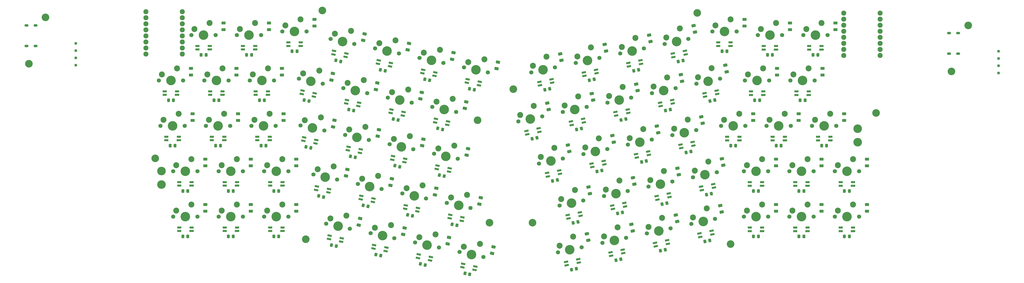
<source format=gbr>
%TF.GenerationSoftware,KiCad,Pcbnew,9.0.3*%
%TF.CreationDate,2025-11-23T22:31:57-05:00*%
%TF.ProjectId,Wren,5772656e-2e6b-4696-9361-645f70636258,rev?*%
%TF.SameCoordinates,Original*%
%TF.FileFunction,Soldermask,Bot*%
%TF.FilePolarity,Negative*%
%FSLAX46Y46*%
G04 Gerber Fmt 4.6, Leading zero omitted, Abs format (unit mm)*
G04 Created by KiCad (PCBNEW 9.0.3) date 2025-11-23 22:31:57*
%MOMM*%
%LPD*%
G01*
G04 APERTURE LIST*
G04 Aperture macros list*
%AMRoundRect*
0 Rectangle with rounded corners*
0 $1 Rounding radius*
0 $2 $3 $4 $5 $6 $7 $8 $9 X,Y pos of 4 corners*
0 Add a 4 corners polygon primitive as box body*
4,1,4,$2,$3,$4,$5,$6,$7,$8,$9,$2,$3,0*
0 Add four circle primitives for the rounded corners*
1,1,$1+$1,$2,$3*
1,1,$1+$1,$4,$5*
1,1,$1+$1,$6,$7*
1,1,$1+$1,$8,$9*
0 Add four rect primitives between the rounded corners*
20,1,$1+$1,$2,$3,$4,$5,0*
20,1,$1+$1,$4,$5,$6,$7,0*
20,1,$1+$1,$6,$7,$8,$9,0*
20,1,$1+$1,$8,$9,$2,$3,0*%
%AMRotRect*
0 Rectangle, with rotation*
0 The origin of the aperture is its center*
0 $1 length*
0 $2 width*
0 $3 Rotation angle, in degrees counterclockwise*
0 Add horizontal line*
21,1,$1,$2,0,0,$3*%
%AMOutline5P*
0 Free polygon, 5 corners , with rotation*
0 The origin of the aperture is its center*
0 number of corners: always 5*
0 $1 to $10 corner X, Y*
0 $11 Rotation angle, in degrees counterclockwise*
0 create outline with 5 corners*
4,1,5,$1,$2,$3,$4,$5,$6,$7,$8,$9,$10,$1,$2,$11*%
%AMOutline6P*
0 Free polygon, 6 corners , with rotation*
0 The origin of the aperture is its center*
0 number of corners: always 6*
0 $1 to $12 corner X, Y*
0 $13 Rotation angle, in degrees counterclockwise*
0 create outline with 6 corners*
4,1,6,$1,$2,$3,$4,$5,$6,$7,$8,$9,$10,$11,$12,$1,$2,$13*%
%AMOutline7P*
0 Free polygon, 7 corners , with rotation*
0 The origin of the aperture is its center*
0 number of corners: always 7*
0 $1 to $14 corner X, Y*
0 $15 Rotation angle, in degrees counterclockwise*
0 create outline with 7 corners*
4,1,7,$1,$2,$3,$4,$5,$6,$7,$8,$9,$10,$11,$12,$13,$14,$1,$2,$15*%
%AMOutline8P*
0 Free polygon, 8 corners , with rotation*
0 The origin of the aperture is its center*
0 number of corners: always 8*
0 $1 to $16 corner X, Y*
0 $17 Rotation angle, in degrees counterclockwise*
0 create outline with 8 corners*
4,1,8,$1,$2,$3,$4,$5,$6,$7,$8,$9,$10,$11,$12,$13,$14,$15,$16,$1,$2,$17*%
G04 Aperture macros list end*
%ADD10C,1.750000*%
%ADD11C,4.000000*%
%ADD12C,2.500000*%
%ADD13R,1.000000X1.000000*%
%ADD14C,3.200000*%
%ADD15O,1.700000X1.100000*%
%ADD16C,3.600000*%
%ADD17RoundRect,0.250000X0.231367X0.534790X-0.428883X0.394450X-0.231367X-0.534790X0.428883X-0.394450X0*%
%ADD18RoundRect,0.250000X0.428883X0.394450X-0.231367X0.534790X-0.428883X-0.394450X0.231367X-0.534790X0*%
%ADD19RoundRect,0.250000X0.625000X-0.375000X0.625000X0.375000X-0.625000X0.375000X-0.625000X-0.375000X0*%
%ADD20RoundRect,0.250000X0.533375X-0.496750X0.689309X0.236861X-0.533375X0.496750X-0.689309X-0.236861X0*%
%ADD21R,1.800000X0.820000*%
%ADD22Outline5P,-0.900000X0.410000X0.900000X0.410000X0.900000X-0.246000X0.736000X-0.410000X-0.900000X-0.410000X0.000000*%
%ADD23RoundRect,0.250000X0.337500X0.475000X-0.337500X0.475000X-0.337500X-0.475000X0.337500X-0.475000X0*%
%ADD24RotRect,1.800000X0.820000X348.000000*%
%ADD25Outline5P,-0.900000X0.410000X0.900000X0.410000X0.900000X-0.246000X0.736000X-0.410000X-0.900000X-0.410000X348.000000*%
%ADD26RotRect,1.800000X0.820000X12.000000*%
%ADD27Outline5P,-0.900000X0.410000X0.900000X0.410000X0.900000X-0.246000X0.736000X-0.410000X-0.900000X-0.410000X12.000000*%
%ADD28RoundRect,0.250000X0.689309X-0.236861X0.533375X0.496750X-0.689309X0.236861X-0.533375X-0.496750X0*%
%ADD29C,2.109000*%
G04 APERTURE END LIST*
D10*
%TO.C,SW7*%
X252354143Y-152823976D03*
D11*
X257323133Y-153880168D03*
D10*
X262292123Y-154936359D03*
D12*
X254124486Y-150603529D03*
X260863819Y-149439274D03*
%TD*%
D10*
%TO.C,SW17*%
X163262000Y-177377500D03*
D11*
X168342000Y-177377500D03*
D10*
X173422000Y-177377500D03*
D12*
X164532000Y-174837500D03*
X170882000Y-172297500D03*
%TD*%
D10*
%TO.C,SW54*%
X360044929Y-177384623D03*
D11*
X365124929Y-177384623D03*
D10*
X370204929Y-177384623D03*
D12*
X361314929Y-174844623D03*
X367664929Y-172304623D03*
%TD*%
D10*
%TO.C,SW55*%
X379094929Y-177384623D03*
D11*
X384174929Y-177384623D03*
D10*
X389254929Y-177384623D03*
D12*
X380364929Y-174844623D03*
X386714929Y-172304623D03*
%TD*%
D13*
%TO.C,J5*%
X476250000Y-146050000D03*
%TD*%
D14*
%TO.C,H1*%
X258000000Y-175000000D03*
%TD*%
D10*
%TO.C,SW50*%
X283757761Y-193200312D03*
D11*
X288726751Y-192144121D03*
D10*
X293695741Y-191087930D03*
D12*
X284471913Y-190451770D03*
X290155054Y-186647036D03*
%TD*%
D10*
%TO.C,SW14*%
X239076524Y-169477288D03*
D11*
X244045514Y-170533480D03*
D10*
X249014504Y-171589671D03*
D12*
X240846867Y-167256841D03*
X247586200Y-166092586D03*
%TD*%
D10*
%TO.C,SW12*%
X201809101Y-161555853D03*
D11*
X206778091Y-162612045D03*
D10*
X211747081Y-163668236D03*
D12*
X203579444Y-159335406D03*
X210318777Y-158171151D03*
%TD*%
D10*
%TO.C,SW67*%
X347580333Y-218585583D03*
D11*
X352549323Y-217529392D03*
D10*
X357518313Y-216473201D03*
D12*
X348294485Y-215837041D03*
X353977626Y-212032307D03*
%TD*%
D10*
%TO.C,SW58*%
X311010591Y-206883106D03*
D11*
X315979581Y-205826915D03*
D10*
X320948571Y-204770724D03*
D12*
X311724743Y-204134564D03*
X317407884Y-200329830D03*
%TD*%
D13*
%TO.C,J6*%
X476250000Y-149100000D03*
%TD*%
D14*
%TO.C,H12*%
X70000000Y-151325000D03*
%TD*%
D10*
%TO.C,SW51*%
X302391473Y-189239594D03*
D11*
X307360463Y-188183403D03*
D10*
X312329453Y-187127212D03*
D12*
X303105625Y-186491052D03*
X308788766Y-182686318D03*
%TD*%
D10*
%TO.C,SW16*%
X144212000Y-177377500D03*
D11*
X149292000Y-177377500D03*
D10*
X154372000Y-177377500D03*
D12*
X145482000Y-174837500D03*
X151832000Y-172297500D03*
%TD*%
D10*
%TO.C,SW37*%
X299128637Y-150981971D03*
D11*
X304097627Y-149925780D03*
D10*
X309066617Y-148869589D03*
D12*
X299842789Y-148233429D03*
X305525930Y-144428695D03*
%TD*%
D14*
%TO.C,H10*%
X425000000Y-172000000D03*
%TD*%
%TO.C,H9*%
X350000000Y-130000000D03*
%TD*%
D10*
%TO.C,SW62*%
X388619929Y-196434623D03*
D11*
X393699929Y-196434623D03*
D10*
X398779929Y-196434623D03*
D12*
X389889929Y-193894623D03*
X396239929Y-191354623D03*
%TD*%
D10*
%TO.C,SW53*%
X339658897Y-181318159D03*
D11*
X344627887Y-180261968D03*
D10*
X349596877Y-179205777D03*
D12*
X340373049Y-178569617D03*
X346056190Y-174764883D03*
%TD*%
D15*
%TO.C,J13*%
X72800000Y-135210000D03*
X69000000Y-135210000D03*
X72800000Y-143850000D03*
X69000000Y-143850000D03*
%TD*%
D10*
%TO.C,SW20*%
X221140495Y-185140482D03*
D11*
X226109485Y-186196674D03*
D10*
X231078475Y-187252865D03*
D12*
X222910838Y-182920035D03*
X229650171Y-181755780D03*
%TD*%
D10*
%TO.C,SW70*%
X407669929Y-215484623D03*
D11*
X412749929Y-215484623D03*
D10*
X417829929Y-215484623D03*
D12*
X408939929Y-212944623D03*
X415289929Y-210404623D03*
%TD*%
D14*
%TO.C,H8*%
X364000000Y-227000000D03*
%TD*%
%TO.C,H11*%
X77000000Y-131825000D03*
%TD*%
D10*
%TO.C,SW45*%
X312406067Y-167635365D03*
D11*
X317375057Y-166579174D03*
D10*
X322344047Y-165522983D03*
D12*
X313120219Y-164886823D03*
X318803360Y-161082089D03*
%TD*%
D10*
%TO.C,SW59*%
X329644303Y-202922388D03*
D11*
X334613293Y-201866197D03*
D10*
X339582283Y-200810006D03*
D12*
X330358455Y-200173846D03*
X336041596Y-196369112D03*
%TD*%
D14*
%TO.C,H6*%
X273000000Y-162000000D03*
%TD*%
D10*
%TO.C,SW64*%
X291679197Y-230467736D03*
D11*
X296648187Y-229411545D03*
D10*
X301617177Y-228355354D03*
D12*
X292393349Y-227719194D03*
X298076490Y-223914460D03*
%TD*%
D10*
%TO.C,SW36*%
X280494925Y-154942688D03*
D11*
X285463915Y-153886497D03*
D10*
X290432905Y-152830306D03*
D12*
X281209077Y-152194146D03*
X286892218Y-148389412D03*
%TD*%
D10*
%TO.C,SW13*%
X220442812Y-165516570D03*
D11*
X225411802Y-166572762D03*
D10*
X230380792Y-167628953D03*
D12*
X222213155Y-163296123D03*
X228952488Y-162131868D03*
%TD*%
D14*
%TO.C,H5*%
X193000000Y-129000000D03*
%TD*%
D10*
%TO.C,SW63*%
X407669929Y-196434623D03*
D11*
X412749929Y-196434623D03*
D10*
X417829929Y-196434623D03*
D12*
X408939929Y-193894623D03*
X415289929Y-191354623D03*
%TD*%
D10*
%TO.C,SW11*%
X183175389Y-157595135D03*
D11*
X188144379Y-158651327D03*
D10*
X193113369Y-159707518D03*
D12*
X184945732Y-155374688D03*
X191685065Y-154210433D03*
%TD*%
D10*
%TO.C,SW19*%
X202506783Y-181179764D03*
D11*
X207475773Y-182235956D03*
D10*
X212444763Y-183292147D03*
D12*
X204277126Y-178959317D03*
X211016459Y-177795062D03*
%TD*%
D10*
%TO.C,SW41*%
X375415048Y-139284629D03*
D11*
X380495048Y-139284629D03*
D10*
X385575048Y-139284629D03*
D12*
X376685048Y-136744629D03*
X383035048Y-134204629D03*
%TD*%
D13*
%TO.C,J9*%
X476250000Y-152150000D03*
%TD*%
D10*
%TO.C,SW43*%
X275138643Y-175556800D03*
D11*
X280107633Y-174500609D03*
D10*
X285076623Y-173444418D03*
D12*
X275852795Y-172808258D03*
X281535936Y-169003524D03*
%TD*%
D10*
%TO.C,SW9*%
X143512000Y-158327500D03*
D11*
X148592000Y-158327500D03*
D10*
X153672000Y-158327500D03*
D12*
X144782000Y-155787500D03*
X151132000Y-153247500D03*
%TD*%
D10*
%TO.C,SW6*%
X233720431Y-148863258D03*
D11*
X238689421Y-149919450D03*
D10*
X243658411Y-150975641D03*
D12*
X235490774Y-146642811D03*
X242230107Y-145478556D03*
%TD*%
D10*
%TO.C,SW40*%
X356365048Y-137784229D03*
D11*
X361445048Y-137784229D03*
D10*
X366525048Y-137784229D03*
D12*
X357635048Y-135244229D03*
X363985048Y-132704229D03*
%TD*%
D16*
%TO.C,J1*%
X417250000Y-178600000D03*
%TD*%
D10*
%TO.C,SW15*%
X125162000Y-177377500D03*
D11*
X130242000Y-177377500D03*
D10*
X135322000Y-177377500D03*
D12*
X126432000Y-174837500D03*
X132782000Y-172297500D03*
%TD*%
D10*
%TO.C,SW56*%
X398144929Y-177384623D03*
D11*
X403224929Y-177384623D03*
D10*
X408304929Y-177384623D03*
D12*
X399414929Y-174844623D03*
X405764929Y-172304623D03*
%TD*%
D10*
%TO.C,SW52*%
X321025185Y-185278876D03*
D11*
X325994175Y-184222685D03*
D10*
X330963165Y-183166494D03*
D12*
X321739337Y-182530334D03*
X327422478Y-178725600D03*
%TD*%
D14*
%TO.C,H14*%
X456550000Y-154500000D03*
%TD*%
D10*
%TO.C,SW26*%
X207862965Y-201793877D03*
D11*
X212831955Y-202850069D03*
D10*
X217800945Y-203906260D03*
D12*
X209633308Y-199573430D03*
X216372641Y-198409175D03*
%TD*%
D10*
%TO.C,SW46*%
X331039779Y-163674647D03*
D11*
X336008769Y-162618456D03*
D10*
X340977759Y-161562265D03*
D12*
X331753931Y-160926105D03*
X337437072Y-157121371D03*
%TD*%
D10*
%TO.C,SW44*%
X293772355Y-171596082D03*
D11*
X298741345Y-170539891D03*
D10*
X303710335Y-169483700D03*
D12*
X294486507Y-168847540D03*
X300169648Y-165042806D03*
%TD*%
D10*
%TO.C,SW29*%
X130512000Y-215477500D03*
D11*
X135592000Y-215477500D03*
D10*
X140672000Y-215477500D03*
D12*
X131782000Y-212937500D03*
X138132000Y-210397500D03*
%TD*%
D16*
%TO.C,J4*%
X125550000Y-202000000D03*
%TD*%
D10*
%TO.C,SW31*%
X168612000Y-215477500D03*
D11*
X173692000Y-215477500D03*
D10*
X178772000Y-215477500D03*
D12*
X169882000Y-212937500D03*
X176232000Y-210397500D03*
%TD*%
D14*
%TO.C,H3*%
X186000000Y-225000000D03*
%TD*%
%TO.C,H7*%
X281000000Y-218000000D03*
%TD*%
D10*
%TO.C,SW27*%
X226496677Y-205754595D03*
D11*
X231465667Y-206810787D03*
D10*
X236434657Y-207866978D03*
D12*
X228267020Y-203534148D03*
X235006353Y-202369893D03*
%TD*%
D10*
%TO.C,SW24*%
X168612000Y-196427500D03*
D11*
X173692000Y-196427500D03*
D10*
X178772000Y-196427500D03*
D12*
X169882000Y-193887500D03*
X176232000Y-191347500D03*
%TD*%
D10*
%TO.C,SW61*%
X369569929Y-196434623D03*
D11*
X374649929Y-196434623D03*
D10*
X379729929Y-196434623D03*
D12*
X370839929Y-193894623D03*
X377189929Y-191354623D03*
%TD*%
D10*
%TO.C,SW1*%
X138152000Y-139277500D03*
D11*
X143232000Y-139277500D03*
D10*
X148312000Y-139277500D03*
D12*
X139422000Y-136737500D03*
X145772000Y-134197500D03*
%TD*%
D10*
%TO.C,SW38*%
X317762349Y-147021253D03*
D11*
X322731339Y-145965062D03*
D10*
X327700329Y-144908871D03*
D12*
X318476501Y-144272711D03*
X324159642Y-140467977D03*
%TD*%
D10*
%TO.C,SW49*%
X389104929Y-158334623D03*
D11*
X394184929Y-158334623D03*
D10*
X399264929Y-158334623D03*
D12*
X390374929Y-155794623D03*
X396724929Y-153254623D03*
%TD*%
D10*
%TO.C,SW25*%
X189229253Y-197833159D03*
D11*
X194198243Y-198889351D03*
D10*
X199167233Y-199945542D03*
D12*
X190999596Y-195612712D03*
X197738929Y-194448457D03*
%TD*%
D10*
%TO.C,SW10*%
X162562000Y-158327500D03*
D11*
X167642000Y-158327500D03*
D10*
X172722000Y-158327500D03*
D12*
X163832000Y-155787500D03*
X170182000Y-153247500D03*
%TD*%
D13*
%TO.C,J14*%
X89700000Y-148900000D03*
%TD*%
D10*
%TO.C,SW5*%
X215086719Y-144902540D03*
D11*
X220055709Y-145958732D03*
D10*
X225024699Y-147014923D03*
D12*
X216857062Y-142682093D03*
X223596395Y-141517838D03*
%TD*%
D10*
%TO.C,SW60*%
X348278015Y-198961671D03*
D11*
X353247005Y-197905480D03*
D10*
X358215995Y-196849289D03*
D12*
X348992167Y-196213129D03*
X354675308Y-192408395D03*
%TD*%
D10*
%TO.C,SW68*%
X369569929Y-215484623D03*
D11*
X374649929Y-215484623D03*
D10*
X379729929Y-215484623D03*
D12*
X370839929Y-212944623D03*
X377189929Y-210404623D03*
%TD*%
D13*
%TO.C,J11*%
X89700000Y-145850000D03*
%TD*%
D10*
%TO.C,SW32*%
X194585235Y-218447171D03*
D11*
X199554225Y-219503363D03*
D10*
X204523215Y-220559554D03*
D12*
X196355578Y-216226724D03*
X203094911Y-215062469D03*
%TD*%
D10*
%TO.C,SW35*%
X250486370Y-230329324D03*
D11*
X255455360Y-231385516D03*
D10*
X260424350Y-232441707D03*
D12*
X252256713Y-228108877D03*
X258996046Y-226944622D03*
%TD*%
D10*
%TO.C,SW65*%
X310312909Y-226507018D03*
D11*
X315281899Y-225450827D03*
D10*
X320250889Y-224394636D03*
D12*
X311027061Y-223758476D03*
X316710202Y-219953742D03*
%TD*%
D14*
%TO.C,H2*%
X263000000Y-218000000D03*
%TD*%
D10*
%TO.C,SW8*%
X124462000Y-158327500D03*
D11*
X129542000Y-158327500D03*
D10*
X134622000Y-158327500D03*
D12*
X125732000Y-155787500D03*
X132082000Y-153247500D03*
%TD*%
D14*
%TO.C,H4*%
X123000000Y-191000000D03*
%TD*%
D10*
%TO.C,SW28*%
X245130388Y-209715312D03*
D11*
X250099378Y-210771504D03*
D10*
X255068368Y-211827695D03*
D12*
X246900731Y-207494865D03*
X253640064Y-206330610D03*
%TD*%
D10*
%TO.C,SW39*%
X336396061Y-143060535D03*
D11*
X341365051Y-142004344D03*
D10*
X346334041Y-140948153D03*
D12*
X337110213Y-140311993D03*
X342793354Y-136507259D03*
%TD*%
D10*
%TO.C,SW66*%
X328946621Y-222546301D03*
D11*
X333915611Y-221490110D03*
D10*
X338884601Y-220433919D03*
D12*
X329660773Y-219797759D03*
X335343914Y-215993025D03*
%TD*%
D13*
%TO.C,J7*%
X476250000Y-155200000D03*
%TD*%
D10*
%TO.C,SW30*%
X149562000Y-215477500D03*
D11*
X154642000Y-215477500D03*
D10*
X159722000Y-215477500D03*
D12*
X150832000Y-212937500D03*
X157182000Y-210397500D03*
%TD*%
D10*
%TO.C,SW2*%
X157202000Y-139277500D03*
D11*
X162282000Y-139277500D03*
D10*
X167362000Y-139277500D03*
D12*
X158472000Y-136737500D03*
X164822000Y-134197500D03*
%TD*%
D10*
%TO.C,SW3*%
X176252000Y-137777100D03*
D11*
X181332000Y-137777100D03*
D10*
X186412000Y-137777100D03*
D12*
X177522000Y-135237100D03*
X183872000Y-132697100D03*
%TD*%
D10*
%TO.C,SW21*%
X239774206Y-189101200D03*
D11*
X244743196Y-190157392D03*
D10*
X249712186Y-191213583D03*
D12*
X241544549Y-186880753D03*
X248283882Y-185716498D03*
%TD*%
D10*
%TO.C,SW34*%
X231852659Y-226368606D03*
D11*
X236821649Y-227424798D03*
D10*
X241790639Y-228480989D03*
D12*
X233623002Y-224148159D03*
X240362335Y-222983904D03*
%TD*%
D10*
%TO.C,SW33*%
X213218947Y-222407889D03*
D11*
X218187937Y-223464081D03*
D10*
X223156927Y-224520272D03*
D12*
X214989290Y-220187442D03*
X221728623Y-219023187D03*
%TD*%
D10*
%TO.C,SW18*%
X183873071Y-177219047D03*
D11*
X188842061Y-178275239D03*
D10*
X193811051Y-179331430D03*
D12*
X185643414Y-174998600D03*
X192382747Y-173834345D03*
%TD*%
D10*
%TO.C,SW23*%
X149562000Y-196427500D03*
D11*
X154642000Y-196427500D03*
D10*
X159722000Y-196427500D03*
D12*
X150832000Y-193887500D03*
X157182000Y-191347500D03*
%TD*%
D16*
%TO.C,J2*%
X417250000Y-184250000D03*
%TD*%
D10*
%TO.C,SW4*%
X196453007Y-140941823D03*
D11*
X201421997Y-141998015D03*
D10*
X206390987Y-143054206D03*
D12*
X198223350Y-138721376D03*
X204962683Y-137557121D03*
%TD*%
D10*
%TO.C,SW69*%
X388619929Y-215484623D03*
D11*
X393699929Y-215484623D03*
D10*
X398779929Y-215484623D03*
D12*
X389889929Y-212944623D03*
X396239929Y-210404623D03*
%TD*%
D10*
%TO.C,SW22*%
X130512000Y-196427500D03*
D11*
X135592000Y-196427500D03*
D10*
X140672000Y-196427500D03*
D12*
X131782000Y-193887500D03*
X138132000Y-191347500D03*
%TD*%
D13*
%TO.C,J10*%
X89700000Y-142800000D03*
%TD*%
D10*
%TO.C,SW42*%
X394465048Y-139284629D03*
D11*
X399545048Y-139284629D03*
D10*
X404625048Y-139284629D03*
D12*
X395735048Y-136744629D03*
X402085048Y-134204629D03*
%TD*%
D15*
%TO.C,J8*%
X459350000Y-138460000D03*
X455550000Y-138460000D03*
X459350000Y-147100000D03*
X455550000Y-147100000D03*
%TD*%
D16*
%TO.C,J3*%
X125550000Y-196350000D03*
%TD*%
D10*
%TO.C,SW57*%
X292376879Y-210843824D03*
D11*
X297345869Y-209787633D03*
D10*
X302314859Y-208731442D03*
D12*
X293091031Y-208095282D03*
X298774172Y-204290548D03*
%TD*%
D10*
%TO.C,SW47*%
X349673442Y-159713929D03*
D11*
X354642432Y-158657738D03*
D10*
X359611422Y-157601547D03*
D12*
X350387594Y-156965387D03*
X356070735Y-153160653D03*
%TD*%
D10*
%TO.C,SW48*%
X370054929Y-158334623D03*
D11*
X375134929Y-158334623D03*
D10*
X380214929Y-158334623D03*
D12*
X371324929Y-155794623D03*
X377674929Y-153254623D03*
%TD*%
D14*
%TO.C,H13*%
X463550000Y-135200000D03*
%TD*%
D13*
%TO.C,J12*%
X89700000Y-151950000D03*
%TD*%
D17*
%TO.C,C60*%
X355992177Y-205830405D03*
X353962521Y-206261821D03*
%TD*%
D18*
%TO.C,C19*%
X206760256Y-190592298D03*
X204730600Y-190160882D03*
%TD*%
D19*
%TO.C,D90*%
X392542929Y-175107123D03*
X392542929Y-172307123D03*
%TD*%
D20*
%TO.C,D11*%
X196803037Y-158163401D03*
X197385189Y-155424587D03*
%TD*%
D21*
%TO.C,D112*%
X396945048Y-145359629D03*
D22*
X402145048Y-145359629D03*
D21*
X402145048Y-143859629D03*
X396945048Y-143859629D03*
%TD*%
D23*
%TO.C,C24*%
X174729500Y-204750000D03*
X172654500Y-204750000D03*
%TD*%
%TO.C,C41*%
X381532548Y-147607129D03*
X379457548Y-147607129D03*
%TD*%
D19*
%TO.C,D97*%
X402067929Y-194157123D03*
X402067929Y-191357123D03*
%TD*%
D24*
%TO.C,D47*%
X202971842Y-168013720D03*
D25*
X208058211Y-169094861D03*
D24*
X208370080Y-167627640D03*
X203283711Y-166546499D03*
%TD*%
D23*
%TO.C,C22*%
X136629500Y-204750000D03*
X134554500Y-204750000D03*
%TD*%
D21*
%TO.C,D139*%
X391099929Y-221559623D03*
D22*
X396299929Y-221559623D03*
D21*
X396299929Y-220059623D03*
X391099929Y-220059623D03*
%TD*%
D19*
%TO.C,D98*%
X421117929Y-194157123D03*
X421117929Y-191357123D03*
%TD*%
D24*
%TO.C,D60*%
X190391994Y-204291027D03*
D25*
X195478363Y-205372168D03*
D24*
X195790232Y-203904947D03*
X190703863Y-202823806D03*
%TD*%
D17*
%TO.C,C65*%
X318027072Y-233375753D03*
X315997416Y-233807169D03*
%TD*%
D26*
%TO.C,D127*%
X296065749Y-216270450D03*
D27*
X301152118Y-215189309D03*
D26*
X300840249Y-213722088D03*
X295753880Y-214803229D03*
%TD*%
D19*
%TO.C,D17*%
X176710000Y-175100000D03*
X176710000Y-172300000D03*
%TD*%
D18*
%TO.C,C13*%
X224696285Y-174929103D03*
X222666629Y-174497687D03*
%TD*%
D19*
%TO.C,D77*%
X407913048Y-137007129D03*
X407913048Y-134207129D03*
%TD*%
D17*
%TO.C,C66*%
X336660784Y-229415035D03*
X334631128Y-229846451D03*
%TD*%
D23*
%TO.C,C30*%
X155679500Y-223800000D03*
X153604500Y-223800000D03*
%TD*%
D21*
%TO.C,D140*%
X410149929Y-221559623D03*
D22*
X415349929Y-221559623D03*
D21*
X415349929Y-220059623D03*
X410149929Y-220059623D03*
%TD*%
D24*
%TO.C,D55*%
X222303236Y-191598350D03*
D25*
X227389605Y-192679491D03*
D24*
X227701474Y-191212270D03*
X222615105Y-190131129D03*
%TD*%
D18*
%TO.C,C35*%
X254739843Y-239741857D03*
X252710187Y-239310441D03*
%TD*%
D26*
%TO.C,D109*%
X340084930Y-148487161D03*
D27*
X345171299Y-147406020D03*
D26*
X344859430Y-145938799D03*
X339773061Y-147019940D03*
%TD*%
D24*
%TO.C,D67*%
X195747976Y-224905039D03*
D25*
X200834345Y-225986180D03*
D24*
X201146214Y-224518959D03*
X196059845Y-223437818D03*
%TD*%
D28*
%TO.C,D82*%
X362354052Y-154690202D03*
X361771900Y-151951388D03*
%TD*%
D18*
%TO.C,C34*%
X236106132Y-235781139D03*
X234076476Y-235349723D03*
%TD*%
D23*
%TO.C,C55*%
X385212429Y-185707123D03*
X383137429Y-185707123D03*
%TD*%
D20*
%TO.C,D21*%
X253401855Y-189669466D03*
X253984007Y-186930652D03*
%TD*%
D23*
%TO.C,C48*%
X376172429Y-166657123D03*
X374097429Y-166657123D03*
%TD*%
D21*
%TO.C,D124*%
X362524929Y-183459623D03*
D22*
X367724929Y-183459623D03*
D21*
X367724929Y-181959623D03*
X362524929Y-181959623D03*
%TD*%
D20*
%TO.C,D27*%
X240124325Y-206322861D03*
X240706477Y-203584047D03*
%TD*%
D21*
%TO.C,D59*%
X171092000Y-202502500D03*
D22*
X176292000Y-202502500D03*
D21*
X176292000Y-201002500D03*
X171092000Y-201002500D03*
%TD*%
D19*
%TO.C,D22*%
X143960000Y-194150000D03*
X143960000Y-191350000D03*
%TD*%
D23*
%TO.C,C40*%
X362482548Y-146106729D03*
X360407548Y-146106729D03*
%TD*%
D18*
%TO.C,C26*%
X212116438Y-211206410D03*
X210086782Y-210774994D03*
%TD*%
D17*
%TO.C,C52*%
X328739348Y-192147611D03*
X326709692Y-192579027D03*
%TD*%
%TO.C,C37*%
X306842800Y-157850705D03*
X304813144Y-158282121D03*
%TD*%
D20*
%TO.C,D19*%
X216134431Y-181748030D03*
X216716583Y-179009216D03*
%TD*%
D28*
%TO.C,D87*%
X333705794Y-180255149D03*
X333123642Y-177516335D03*
%TD*%
D21*
%TO.C,D133*%
X410149929Y-202509623D03*
D22*
X415349929Y-202509623D03*
D21*
X415349929Y-201009623D03*
X410149929Y-201009623D03*
%TD*%
D29*
%TO.C,U1*%
X119060000Y-147300000D03*
X119060000Y-144760000D03*
X119060000Y-142220000D03*
X119060000Y-139680000D03*
X119060000Y-134600000D03*
X119060000Y-137140000D03*
X134300000Y-129520000D03*
X119060000Y-129520000D03*
X134300000Y-132060000D03*
X134300000Y-134600000D03*
X134300000Y-137140000D03*
X134300000Y-139680000D03*
X134300000Y-142220000D03*
X134300000Y-144760000D03*
X134300000Y-147300000D03*
X119060000Y-132060000D03*
%TD*%
D20*
%TO.C,D12*%
X215436749Y-162124119D03*
X216018901Y-159385305D03*
%TD*%
%TO.C,D35*%
X264114019Y-230897590D03*
X264696171Y-228158776D03*
%TD*%
D17*
%TO.C,C44*%
X301486518Y-178464817D03*
X299456862Y-178896233D03*
%TD*%
D28*
%TO.C,D95*%
X360958624Y-193937944D03*
X360376472Y-191199130D03*
%TD*%
%TO.C,D101*%
X341627231Y-217522574D03*
X341045079Y-214783760D03*
%TD*%
D19*
%TO.C,D30*%
X163010000Y-213200000D03*
X163010000Y-210400000D03*
%TD*%
D18*
%TO.C,C28*%
X249383861Y-219127846D03*
X247354205Y-218696430D03*
%TD*%
D21*
%TO.C,D36*%
X140632000Y-145352500D03*
D22*
X145832000Y-145352500D03*
D21*
X145832000Y-143852500D03*
X140632000Y-143852500D03*
%TD*%
D23*
%TO.C,C16*%
X150329500Y-185700000D03*
X148254500Y-185700000D03*
%TD*%
%TO.C,C61*%
X375687429Y-204757123D03*
X373612429Y-204757123D03*
%TD*%
D24*
%TO.C,D69*%
X233015400Y-232826474D03*
D25*
X238101769Y-233907615D03*
D24*
X238413638Y-232440394D03*
X233327269Y-231359253D03*
%TD*%
D23*
%TO.C,C8*%
X130579500Y-166650000D03*
X128504500Y-166650000D03*
%TD*%
D24*
%TO.C,D46*%
X184338130Y-164053003D03*
D25*
X189424499Y-165134144D03*
D24*
X189736368Y-163666923D03*
X184649999Y-162585782D03*
%TD*%
D23*
%TO.C,C1*%
X144269500Y-147600000D03*
X142194500Y-147600000D03*
%TD*%
D24*
%TO.C,D68*%
X214381688Y-228865756D03*
D25*
X219468057Y-229946897D03*
D24*
X219779926Y-228479676D03*
X214693557Y-227398535D03*
%TD*%
D18*
%TO.C,C25*%
X193482726Y-207245692D03*
X191453070Y-206814276D03*
%TD*%
D20*
%TO.C,D5*%
X228714368Y-145470806D03*
X229296520Y-142731992D03*
%TD*%
D18*
%TO.C,C5*%
X219340192Y-154315074D03*
X217310536Y-153883658D03*
%TD*%
D20*
%TO.C,D13*%
X234070461Y-166084836D03*
X234652613Y-163346022D03*
%TD*%
D23*
%TO.C,C68*%
X375687429Y-223807123D03*
X373612429Y-223807123D03*
%TD*%
%TO.C,C31*%
X174729500Y-223800000D03*
X172654500Y-223800000D03*
%TD*%
D26*
%TO.C,D116*%
X334728648Y-169101273D03*
D27*
X339815017Y-168020132D03*
D26*
X339503148Y-166552911D03*
X334416779Y-167634052D03*
%TD*%
D18*
%TO.C,C12*%
X206062574Y-170968386D03*
X204032918Y-170536970D03*
%TD*%
D24*
%TO.C,D48*%
X221605554Y-171974438D03*
D25*
X226691923Y-173055579D03*
D24*
X227003792Y-171588358D03*
X221917423Y-170507217D03*
%TD*%
D28*
%TO.C,D93*%
X323691201Y-201859379D03*
X323109049Y-199120565D03*
%TD*%
D23*
%TO.C,C49*%
X395222429Y-166657123D03*
X393147429Y-166657123D03*
%TD*%
D21*
%TO.C,D131*%
X372049929Y-202509623D03*
D22*
X377249929Y-202509623D03*
D21*
X377249929Y-201009623D03*
X372049929Y-201009623D03*
%TD*%
D17*
%TO.C,C50*%
X291471924Y-200069046D03*
X289442268Y-200500462D03*
%TD*%
D24*
%TO.C,D49*%
X240239265Y-175935156D03*
D25*
X245325634Y-177016297D03*
D24*
X245637503Y-175549076D03*
X240551134Y-174467935D03*
%TD*%
D23*
%TO.C,C62*%
X394737429Y-204757123D03*
X392662429Y-204757123D03*
%TD*%
D28*
%TO.C,D71*%
X293175535Y-149918962D03*
X292593383Y-147180148D03*
%TD*%
%TO.C,D81*%
X343720388Y-158650920D03*
X343138236Y-155912106D03*
%TD*%
D21*
%TO.C,D138*%
X372049929Y-221559623D03*
D22*
X377249929Y-221559623D03*
D21*
X377249929Y-220059623D03*
X372049929Y-220059623D03*
%TD*%
D28*
%TO.C,D80*%
X325086676Y-162611638D03*
X324504524Y-159872824D03*
%TD*%
%TO.C,D72*%
X311809247Y-145958244D03*
X311227095Y-143219430D03*
%TD*%
D21*
%TO.C,D118*%
X372534929Y-164409623D03*
D22*
X377734929Y-164409623D03*
D21*
X377734929Y-162909623D03*
X372534929Y-162909623D03*
%TD*%
%TO.C,D66*%
X171092000Y-221552500D03*
D22*
X176292000Y-221552500D03*
D21*
X176292000Y-220052500D03*
X171092000Y-220052500D03*
%TD*%
D17*
%TO.C,C58*%
X318724754Y-213751840D03*
X316695098Y-214183256D03*
%TD*%
D28*
%TO.C,D94*%
X342324912Y-197898662D03*
X341742760Y-195159848D03*
%TD*%
D19*
%TO.C,D76*%
X388863048Y-137007129D03*
X388863048Y-134207129D03*
%TD*%
D28*
%TO.C,D92*%
X305057489Y-205820097D03*
X304475337Y-203081283D03*
%TD*%
D26*
%TO.C,D114*%
X297461224Y-177022708D03*
D27*
X302547593Y-175941567D03*
D26*
X302235724Y-174474346D03*
X297149355Y-175555487D03*
%TD*%
D24*
%TO.C,D62*%
X227659418Y-212212462D03*
D25*
X232745787Y-213293603D03*
D24*
X233057656Y-211826382D03*
X227971287Y-210745241D03*
%TD*%
D20*
%TO.C,D7*%
X265981791Y-153392242D03*
X266563943Y-150653428D03*
%TD*%
%TO.C,D20*%
X234768143Y-185708748D03*
X235350295Y-182969934D03*
%TD*%
D19*
%TO.C,D89*%
X373492929Y-175107123D03*
X373492929Y-172307123D03*
%TD*%
D26*
%TO.C,D137*%
X351269202Y-224012209D03*
D27*
X356355571Y-222931068D03*
D26*
X356043702Y-221463847D03*
X350957333Y-222544988D03*
%TD*%
%TO.C,D120*%
X287446631Y-198626938D03*
D27*
X292533000Y-197545797D03*
D26*
X292221131Y-196078576D03*
X287134762Y-197159717D03*
%TD*%
D17*
%TO.C,C67*%
X355294495Y-225454317D03*
X353264839Y-225885733D03*
%TD*%
D19*
%TO.C,D31*%
X182060000Y-213200000D03*
X182060000Y-210400000D03*
%TD*%
D23*
%TO.C,C63*%
X413787429Y-204757123D03*
X411712429Y-204757123D03*
%TD*%
D19*
%TO.C,D105*%
X421117929Y-213207123D03*
X421117929Y-210407123D03*
%TD*%
%TO.C,D10*%
X176010000Y-156050000D03*
X176010000Y-153250000D03*
%TD*%
D26*
%TO.C,D130*%
X351966884Y-204388297D03*
D27*
X357053253Y-203307156D03*
D26*
X356741384Y-201839935D03*
X351655015Y-202921076D03*
%TD*%
D24*
%TO.C,D42*%
X253516884Y-159281844D03*
D25*
X258603253Y-160362985D03*
D24*
X258915122Y-158895764D03*
X253828753Y-157814623D03*
%TD*%
D26*
%TO.C,D107*%
X302817507Y-156408597D03*
D27*
X307903876Y-155327456D03*
D26*
X307592007Y-153860235D03*
X302505638Y-154941376D03*
%TD*%
%TO.C,D123*%
X343347766Y-186744785D03*
D27*
X348434135Y-185663644D03*
D26*
X348122266Y-184196423D03*
X343035897Y-185277564D03*
%TD*%
D19*
%TO.C,D1*%
X151600000Y-137000000D03*
X151600000Y-134200000D03*
%TD*%
D26*
%TO.C,D128*%
X314699460Y-212309732D03*
D27*
X319785829Y-211228591D03*
D26*
X319473960Y-209761370D03*
X314387591Y-210842511D03*
%TD*%
D19*
%TO.C,D75*%
X369813048Y-135506729D03*
X369813048Y-132706729D03*
%TD*%
D26*
%TO.C,D113*%
X278827513Y-180983426D03*
D27*
X283913882Y-179902285D03*
D26*
X283602013Y-178435064D03*
X278515644Y-179516205D03*
%TD*%
D20*
%TO.C,D33*%
X226846595Y-222976154D03*
X227428747Y-220237340D03*
%TD*%
%TO.C,D6*%
X247348079Y-149431524D03*
X247930231Y-146692710D03*
%TD*%
D26*
%TO.C,D108*%
X321451218Y-152447879D03*
D27*
X326537587Y-151366738D03*
D26*
X326225718Y-149899517D03*
X321139349Y-150980658D03*
%TD*%
D24*
%TO.C,D41*%
X234883172Y-155321126D03*
D25*
X239969541Y-156402267D03*
D24*
X240281410Y-154935046D03*
X235195041Y-153853905D03*
%TD*%
D19*
%TO.C,D103*%
X383017929Y-213207123D03*
X383017929Y-210407123D03*
%TD*%
%TO.C,D91*%
X411592929Y-175107123D03*
X411592929Y-172307123D03*
%TD*%
D17*
%TO.C,C46*%
X338753941Y-170543381D03*
X336724285Y-170974797D03*
%TD*%
D24*
%TO.C,D40*%
X216249460Y-151360408D03*
D25*
X221335829Y-152441549D03*
D24*
X221647698Y-150974328D03*
X216561329Y-149893187D03*
%TD*%
D21*
%TO.C,D45*%
X165042000Y-164402500D03*
D22*
X170242000Y-164402500D03*
D21*
X170242000Y-162902500D03*
X165042000Y-162902500D03*
%TD*%
D24*
%TO.C,D39*%
X197615749Y-147399690D03*
D25*
X202702118Y-148480831D03*
D24*
X203013987Y-147013610D03*
X197927618Y-145932469D03*
%TD*%
D20*
%TO.C,D25*%
X202856901Y-198401425D03*
X203439053Y-195662611D03*
%TD*%
D23*
%TO.C,C2*%
X163319500Y-147600000D03*
X161244500Y-147600000D03*
%TD*%
D26*
%TO.C,D117*%
X353362312Y-165140555D03*
D27*
X358448681Y-164059414D03*
D26*
X358136812Y-162592193D03*
X353050443Y-163673334D03*
%TD*%
D23*
%TO.C,C17*%
X169379500Y-185700000D03*
X167304500Y-185700000D03*
%TD*%
D21*
%TO.C,D132*%
X391099929Y-202509623D03*
D22*
X396299929Y-202509623D03*
D21*
X396299929Y-201009623D03*
X391099929Y-201009623D03*
%TD*%
D24*
%TO.C,D61*%
X209025706Y-208251745D03*
D25*
X214112075Y-209332886D03*
D24*
X214423944Y-207865665D03*
X209337575Y-206784524D03*
%TD*%
D23*
%TO.C,C9*%
X149629500Y-166650000D03*
X147554500Y-166650000D03*
%TD*%
D18*
%TO.C,C14*%
X243329997Y-178889821D03*
X241300341Y-178458405D03*
%TD*%
D24*
%TO.C,D56*%
X240936948Y-195559068D03*
D25*
X246023317Y-196640209D03*
D24*
X246335186Y-195172988D03*
X241248817Y-194091847D03*
%TD*%
D18*
%TO.C,C32*%
X198838708Y-227859704D03*
X196809052Y-227428288D03*
%TD*%
D19*
%TO.C,D23*%
X163010000Y-194150000D03*
X163010000Y-191350000D03*
%TD*%
D18*
%TO.C,C21*%
X244027679Y-198513733D03*
X241998023Y-198082317D03*
%TD*%
D28*
%TO.C,D102*%
X360260942Y-213561856D03*
X359678790Y-210823042D03*
%TD*%
D23*
%TO.C,C69*%
X394737429Y-223807123D03*
X392662429Y-223807123D03*
%TD*%
D26*
%TO.C,D122*%
X324714054Y-190705502D03*
D27*
X329800423Y-189624361D03*
D26*
X329488554Y-188157140D03*
X324402185Y-189238281D03*
%TD*%
D20*
%TO.C,D28*%
X258758037Y-210283578D03*
X259340189Y-207544764D03*
%TD*%
D28*
%TO.C,D99*%
X304359807Y-225444009D03*
X303777655Y-222705195D03*
%TD*%
D26*
%TO.C,D136*%
X332635490Y-227972927D03*
D27*
X337721859Y-226891786D03*
D26*
X337409990Y-225424565D03*
X332323621Y-226505706D03*
%TD*%
D23*
%TO.C,C56*%
X404262429Y-185707123D03*
X402187429Y-185707123D03*
%TD*%
D17*
%TO.C,C39*%
X344110223Y-149929270D03*
X342080567Y-150360686D03*
%TD*%
D26*
%TO.C,D129*%
X333333172Y-208349014D03*
D27*
X338419541Y-207267873D03*
D26*
X338107672Y-205800652D03*
X333021303Y-206881793D03*
%TD*%
D23*
%TO.C,C29*%
X136629500Y-223800000D03*
X134554500Y-223800000D03*
%TD*%
%TO.C,C23*%
X155679500Y-204750000D03*
X153604500Y-204750000D03*
%TD*%
D21*
%TO.C,D38*%
X178732000Y-143852100D03*
D22*
X183932000Y-143852100D03*
D21*
X183932000Y-142352100D03*
X178732000Y-142352100D03*
%TD*%
D18*
%TO.C,C33*%
X217472420Y-231820422D03*
X215442764Y-231389006D03*
%TD*%
%TO.C,C20*%
X225393968Y-194553015D03*
X223364312Y-194121599D03*
%TD*%
D19*
%TO.C,D2*%
X170650000Y-137000000D03*
X170650000Y-134200000D03*
%TD*%
D23*
%TO.C,C3*%
X182369500Y-146099600D03*
X180294500Y-146099600D03*
%TD*%
%TO.C,C54*%
X366162429Y-185707123D03*
X364087429Y-185707123D03*
%TD*%
D28*
%TO.C,D88*%
X352339506Y-176294432D03*
X351757354Y-173555618D03*
%TD*%
D17*
%TO.C,C64*%
X299393360Y-237336470D03*
X297363704Y-237767886D03*
%TD*%
%TO.C,C43*%
X282852806Y-182425535D03*
X280823150Y-182856951D03*
%TD*%
%TO.C,C47*%
X357387605Y-166582663D03*
X355357949Y-167014079D03*
%TD*%
D26*
%TO.C,D121*%
X306080342Y-194666220D03*
D27*
X311166711Y-193585079D03*
D26*
X310854842Y-192117858D03*
X305768473Y-193198999D03*
%TD*%
D17*
%TO.C,C38*%
X325476512Y-153889987D03*
X323446856Y-154321403D03*
%TD*%
D21*
%TO.C,D58*%
X152042000Y-202502500D03*
D22*
X157242000Y-202502500D03*
D21*
X157242000Y-201002500D03*
X152042000Y-201002500D03*
%TD*%
D26*
%TO.C,D135*%
X314001779Y-231933644D03*
D27*
X319088148Y-230852503D03*
D26*
X318776279Y-229385282D03*
X313689910Y-230466423D03*
%TD*%
D17*
%TO.C,C51*%
X310105636Y-196108328D03*
X308075980Y-196539744D03*
%TD*%
D19*
%TO.C,D104*%
X402067929Y-213207123D03*
X402067929Y-210407123D03*
%TD*%
D26*
%TO.C,D106*%
X284183795Y-160369314D03*
D27*
X289270164Y-159288173D03*
D26*
X288958295Y-157820952D03*
X283871926Y-158902093D03*
%TD*%
D24*
%TO.C,D63*%
X246293130Y-216173180D03*
D25*
X251379499Y-217254321D03*
D24*
X251691368Y-215787100D03*
X246604999Y-214705959D03*
%TD*%
D19*
%TO.C,D3*%
X189700000Y-135499600D03*
X189700000Y-132699600D03*
%TD*%
D28*
%TO.C,D74*%
X349076670Y-138036809D03*
X348494518Y-135297995D03*
%TD*%
D26*
%TO.C,D115*%
X316094936Y-173061991D03*
D27*
X321181305Y-171980850D03*
D26*
X320869436Y-170513629D03*
X315783067Y-171594770D03*
%TD*%
D21*
%TO.C,D37*%
X159682000Y-145352500D03*
D22*
X164882000Y-145352500D03*
D21*
X164882000Y-143852500D03*
X159682000Y-143852500D03*
%TD*%
D20*
%TO.C,D4*%
X210080656Y-141510089D03*
X210662808Y-138771275D03*
%TD*%
D28*
%TO.C,D85*%
X296438371Y-188176585D03*
X295856219Y-185437771D03*
%TD*%
D21*
%TO.C,D50*%
X127642000Y-183452500D03*
D22*
X132842000Y-183452500D03*
D21*
X132842000Y-181952500D03*
X127642000Y-181952500D03*
%TD*%
%TO.C,D65*%
X152042000Y-221552500D03*
D22*
X157242000Y-221552500D03*
D21*
X157242000Y-220052500D03*
X152042000Y-220052500D03*
%TD*%
D19*
%TO.C,D15*%
X138610000Y-175100000D03*
X138610000Y-172300000D03*
%TD*%
D21*
%TO.C,D52*%
X165742000Y-183452500D03*
D22*
X170942000Y-183452500D03*
D21*
X170942000Y-181952500D03*
X165742000Y-181952500D03*
%TD*%
D24*
%TO.C,D53*%
X185035812Y-183676915D03*
D25*
X190122181Y-184758056D03*
D24*
X190434050Y-183290835D03*
X185347681Y-182209694D03*
%TD*%
D21*
%TO.C,D125*%
X381574929Y-183459623D03*
D22*
X386774929Y-183459623D03*
D21*
X386774929Y-181959623D03*
X381574929Y-181959623D03*
%TD*%
D20*
%TO.C,D34*%
X245480307Y-226936872D03*
X246062459Y-224198058D03*
%TD*%
D28*
%TO.C,D86*%
X315072083Y-184215867D03*
X314489931Y-181477053D03*
%TD*%
%TO.C,D78*%
X287819253Y-170533073D03*
X287237101Y-167794259D03*
%TD*%
D19*
%TO.C,D16*%
X157660000Y-175100000D03*
X157660000Y-172300000D03*
%TD*%
%TO.C,D83*%
X383502929Y-156057123D03*
X383502929Y-153257123D03*
%TD*%
D26*
%TO.C,D134*%
X295368067Y-235894362D03*
D27*
X300454436Y-234813221D03*
D26*
X300142567Y-233346000D03*
X295056198Y-234427141D03*
%TD*%
D21*
%TO.C,D119*%
X391584929Y-164409623D03*
D22*
X396784929Y-164409623D03*
D21*
X396784929Y-162909623D03*
X391584929Y-162909623D03*
%TD*%
D23*
%TO.C,C70*%
X413787429Y-223807123D03*
X411712429Y-223807123D03*
%TD*%
D17*
%TO.C,C45*%
X320120230Y-174504099D03*
X318090574Y-174935515D03*
%TD*%
D20*
%TO.C,D32*%
X208212883Y-219015437D03*
X208795035Y-216276623D03*
%TD*%
D21*
%TO.C,D126*%
X400624929Y-183459623D03*
D22*
X405824929Y-183459623D03*
D21*
X405824929Y-181959623D03*
X400624929Y-181959623D03*
%TD*%
D19*
%TO.C,D84*%
X402552929Y-156057123D03*
X402552929Y-153257123D03*
%TD*%
D17*
%TO.C,C36*%
X288209088Y-161811423D03*
X286179432Y-162242839D03*
%TD*%
D23*
%TO.C,C42*%
X400582548Y-147607129D03*
X398507548Y-147607129D03*
%TD*%
D28*
%TO.C,D100*%
X322993519Y-221483292D03*
X322411367Y-218744478D03*
%TD*%
D18*
%TO.C,C18*%
X188126544Y-186631580D03*
X186096888Y-186200164D03*
%TD*%
D19*
%TO.C,D8*%
X137910000Y-156050000D03*
X137910000Y-153250000D03*
%TD*%
D29*
%TO.C,U2*%
X411380000Y-147880000D03*
X411380000Y-145340000D03*
X411380000Y-142800000D03*
X411380000Y-140260000D03*
X411380000Y-135180000D03*
X411380000Y-137720000D03*
X426620000Y-130100000D03*
X411380000Y-130100000D03*
X426620000Y-132640000D03*
X426620000Y-135180000D03*
X426620000Y-137720000D03*
X426620000Y-140260000D03*
X426620000Y-142800000D03*
X426620000Y-145340000D03*
X426620000Y-147880000D03*
X411380000Y-132640000D03*
%TD*%
D20*
%TO.C,D26*%
X221490613Y-202362143D03*
X222072765Y-199623329D03*
%TD*%
D21*
%TO.C,D64*%
X132992000Y-221552500D03*
D22*
X138192000Y-221552500D03*
D21*
X138192000Y-220052500D03*
X132992000Y-220052500D03*
%TD*%
%TO.C,D111*%
X377895048Y-145359629D03*
D22*
X383095048Y-145359629D03*
D21*
X383095048Y-143859629D03*
X377895048Y-143859629D03*
%TD*%
D18*
%TO.C,C4*%
X200706480Y-150354356D03*
X198676824Y-149922940D03*
%TD*%
D21*
%TO.C,D44*%
X145992000Y-164402500D03*
D22*
X151192000Y-164402500D03*
D21*
X151192000Y-162902500D03*
X145992000Y-162902500D03*
%TD*%
D28*
%TO.C,D79*%
X306452965Y-166572356D03*
X305870813Y-163833542D03*
%TD*%
D21*
%TO.C,D57*%
X132992000Y-202502500D03*
D22*
X138192000Y-202502500D03*
D21*
X138192000Y-201002500D03*
X132992000Y-201002500D03*
%TD*%
D23*
%TO.C,C10*%
X168679500Y-166650000D03*
X166604500Y-166650000D03*
%TD*%
D17*
%TO.C,C53*%
X347373059Y-188186893D03*
X345343403Y-188618309D03*
%TD*%
D20*
%TO.C,D18*%
X197500719Y-177787313D03*
X198082871Y-175048499D03*
%TD*%
D19*
%TO.C,D96*%
X383017929Y-194157123D03*
X383017929Y-191357123D03*
%TD*%
D24*
%TO.C,D54*%
X203669524Y-187637632D03*
D25*
X208755893Y-188718773D03*
D24*
X209067762Y-187251552D03*
X203981393Y-186170411D03*
%TD*%
D18*
%TO.C,C7*%
X256607616Y-162236509D03*
X254577960Y-161805093D03*
%TD*%
D19*
%TO.C,D9*%
X156960000Y-156050000D03*
X156960000Y-153250000D03*
%TD*%
D21*
%TO.C,D51*%
X146692000Y-183452500D03*
D22*
X151892000Y-183452500D03*
D21*
X151892000Y-181952500D03*
X146692000Y-181952500D03*
%TD*%
%TO.C,D110*%
X358845048Y-143859229D03*
D22*
X364045048Y-143859229D03*
D21*
X364045048Y-142359229D03*
X358845048Y-142359229D03*
%TD*%
D24*
%TO.C,D70*%
X251649112Y-236787192D03*
D25*
X256735481Y-237868333D03*
D24*
X257047350Y-236401112D03*
X251960981Y-235319971D03*
%TD*%
D23*
%TO.C,C15*%
X131279500Y-185700000D03*
X129204500Y-185700000D03*
%TD*%
D17*
%TO.C,C59*%
X337358466Y-209791123D03*
X335328810Y-210222539D03*
%TD*%
D18*
%TO.C,C6*%
X237973904Y-158275791D03*
X235944248Y-157844375D03*
%TD*%
D21*
%TO.C,D43*%
X126942000Y-164402500D03*
D22*
X132142000Y-164402500D03*
D21*
X132142000Y-162902500D03*
X126942000Y-162902500D03*
%TD*%
D18*
%TO.C,C11*%
X187428862Y-167007668D03*
X185399206Y-166576252D03*
%TD*%
D20*
%TO.C,D14*%
X252704173Y-170045554D03*
X253286325Y-167306740D03*
%TD*%
D18*
%TO.C,C27*%
X230750150Y-215167128D03*
X228720494Y-214735712D03*
%TD*%
D19*
%TO.C,D24*%
X182060000Y-194150000D03*
X182060000Y-191350000D03*
%TD*%
%TO.C,D29*%
X143960000Y-213200000D03*
X143960000Y-210400000D03*
%TD*%
D17*
%TO.C,C57*%
X300091042Y-217712558D03*
X298061386Y-218143974D03*
%TD*%
D28*
%TO.C,D73*%
X330442959Y-141997526D03*
X329860807Y-139258712D03*
%TD*%
M02*

</source>
